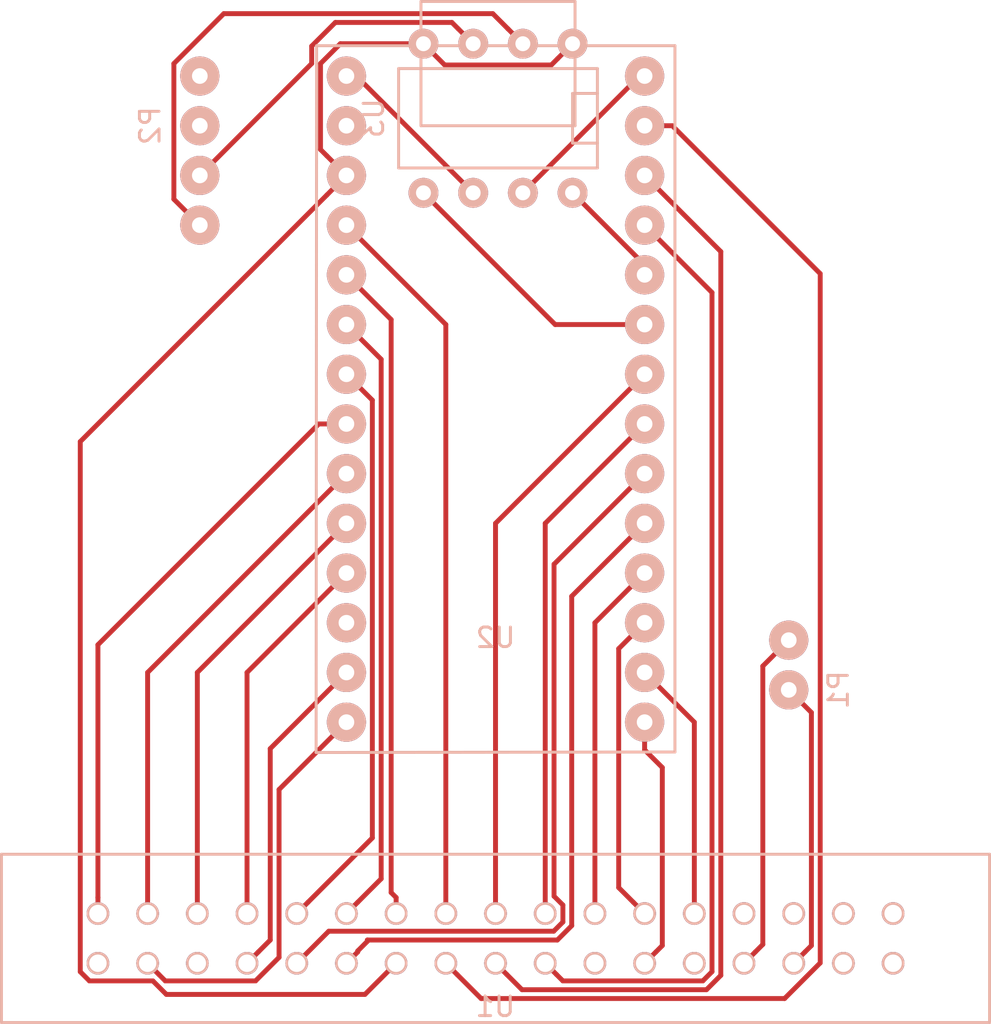
<source format=kicad_pcb>
(kicad_pcb (version 4) (host pcbnew 4.0.2-stable)

  (general
    (links 36)
    (no_connects 4)
    (area 0 0 0 0)
    (thickness 1.6)
    (drawings 0)
    (tracks 130)
    (zones 0)
    (modules 5)
    (nets 41)
  )

  (page A4)
  (layers
    (0 F.Cu signal)
    (31 B.Cu signal)
    (32 B.Adhes user)
    (33 F.Adhes user)
    (34 B.Paste user)
    (35 F.Paste user)
    (36 B.SilkS user)
    (37 F.SilkS user)
    (38 B.Mask user)
    (39 F.Mask user)
    (40 Dwgs.User user)
    (41 Cmts.User user)
    (42 Eco1.User user)
    (43 Eco2.User user)
    (44 Edge.Cuts user)
    (45 Margin user)
    (46 B.CrtYd user)
    (47 F.CrtYd user)
    (48 B.Fab user)
    (49 F.Fab user)
  )

  (setup
    (last_trace_width 0.25)
    (trace_clearance 0.2)
    (zone_clearance 0.508)
    (zone_45_only no)
    (trace_min 0.2)
    (segment_width 0.2)
    (edge_width 0.15)
    (via_size 0.6)
    (via_drill 0.4)
    (via_min_size 0.4)
    (via_min_drill 0.3)
    (uvia_size 0.3)
    (uvia_drill 0.1)
    (uvias_allowed no)
    (uvia_min_size 0.2)
    (uvia_min_drill 0.1)
    (pcb_text_width 0.3)
    (pcb_text_size 1.5 1.5)
    (mod_edge_width 0.15)
    (mod_text_size 1 1)
    (mod_text_width 0.15)
    (pad_size 1.524 1.524)
    (pad_drill 0.762)
    (pad_to_mask_clearance 0.2)
    (aux_axis_origin 0 0)
    (visible_elements FFFFEF7F)
    (pcbplotparams
      (layerselection 0x00030_80000001)
      (usegerberextensions false)
      (excludeedgelayer true)
      (linewidth 0.100000)
      (plotframeref false)
      (viasonmask false)
      (mode 1)
      (useauxorigin false)
      (hpglpennumber 1)
      (hpglpenspeed 20)
      (hpglpendiameter 15)
      (hpglpenoverlay 2)
      (psnegative false)
      (psa4output false)
      (plotreference true)
      (plotvalue true)
      (plotinvisibletext false)
      (padsonsilk false)
      (subtractmaskfromsilk false)
      (outputformat 1)
      (mirror false)
      (drillshape 1)
      (scaleselection 1)
      (outputdirectory ""))
  )

  (net 0 "")
  (net 1 /WHIPER_GND)
  (net 2 /WHIPER_V++)
  (net 3 /CAN_H)
  (net 4 /CAN_L)
  (net 5 GND)
  (net 6 5V)
  (net 7 /CNT_S0)
  (net 8 /MTR_EN)
  (net 9 /CNT_S1)
  (net 10 /MTR_DATA)
  (net 11 /CNT_S2)
  (net 12 /MTR_CLR)
  (net 13 /CNT_S3)
  (net 14 /ADC_SCLK)
  (net 15 /MCU_PWM0)
  (net 16 /MCU_SDO)
  (net 17 /MCU_PWM1)
  (net 18 /MCU_SDI)
  (net 19 /MCU_PWM2)
  (net 20 /ADC_FS)
  (net 21 /MCU_PWM3)
  (net 22 /SEL0)
  (net 23 /MCU_PWM4)
  (net 24 /SEL1)
  (net 25 /MCU_PWM5)
  (net 26 /SEL2)
  (net 27 /MCU_PWM6)
  (net 28 /n_ADC_CSTART)
  (net 29 /MCU_PWM7)
  (net 30 /n_ADC_CS)
  (net 31 /Q_CNT)
  (net 32 /EOC_MCU)
  (net 33 /OVRFLW)
  (net 34 /UNDRFLW)
  (net 35 /RST)
  (net 36 /WHIPER_1)
  (net 37 /WIPER_0)
  (net 38 /WIPER_2)
  (net 39 "Net-(U2-Pad5)")
  (net 40 "Net-(U2-Pad6)")

  (net_class Default "This is the default net class."
    (clearance 0.2)
    (trace_width 0.25)
    (via_dia 0.6)
    (via_drill 0.4)
    (uvia_dia 0.3)
    (uvia_drill 0.1)
    (add_net /ADC_FS)
    (add_net /ADC_SCLK)
    (add_net /CAN_H)
    (add_net /CAN_L)
    (add_net /CNT_S0)
    (add_net /CNT_S1)
    (add_net /CNT_S2)
    (add_net /CNT_S3)
    (add_net /EOC_MCU)
    (add_net /MCU_PWM0)
    (add_net /MCU_PWM1)
    (add_net /MCU_PWM2)
    (add_net /MCU_PWM3)
    (add_net /MCU_PWM4)
    (add_net /MCU_PWM5)
    (add_net /MCU_PWM6)
    (add_net /MCU_PWM7)
    (add_net /MCU_SDI)
    (add_net /MCU_SDO)
    (add_net /MTR_CLR)
    (add_net /MTR_DATA)
    (add_net /MTR_EN)
    (add_net /OVRFLW)
    (add_net /Q_CNT)
    (add_net /RST)
    (add_net /SEL0)
    (add_net /SEL1)
    (add_net /SEL2)
    (add_net /UNDRFLW)
    (add_net /WHIPER_1)
    (add_net /WHIPER_GND)
    (add_net /WHIPER_V++)
    (add_net /WIPER_0)
    (add_net /WIPER_2)
    (add_net /n_ADC_CS)
    (add_net /n_ADC_CSTART)
    (add_net 5V)
    (add_net GND)
    (add_net "Net-(U2-Pad5)")
    (add_net "Net-(U2-Pad6)")
  )

  (module ArmFootprints:34-pin_2534-6002UB (layer B.Cu) (tedit 56C606FB) (tstamp 57238CC8)
    (at 149.987 103.378 270)
    (path /571C18E0)
    (fp_text reference U1 (at 3.49 0.01 540) (layer B.SilkS)
      (effects (font (size 1 1) (thickness 0.15)) (justify mirror))
    )
    (fp_text value 2534-6002UB_34-pin_header (at -3.1 0.01 540) (layer B.Fab)
      (effects (font (size 1 1) (thickness 0.15)) (justify mirror))
    )
    (fp_line (start -4.3 25.25) (end 4.3 25.25) (layer B.SilkS) (width 0.15))
    (fp_line (start 4.3 25.25) (end 4.3 -25.25) (layer B.SilkS) (width 0.15))
    (fp_line (start 4.3 -25.25) (end -4.3 -25.25) (layer B.SilkS) (width 0.15))
    (fp_line (start -4.3 -25.25) (end -4.3 25.25) (layer B.SilkS) (width 0.15))
    (pad 1 thru_hole circle (at -1.27 20.32 270) (size 1.157 1.157) (drill 0.89) (layers *.Cu *.Mask B.SilkS)
      (net 7 /CNT_S0))
    (pad 2 thru_hole circle (at 1.27 20.32 270) (size 1.157 1.157) (drill 0.89) (layers *.Cu *.Mask B.SilkS)
      (net 8 /MTR_EN))
    (pad 3 thru_hole circle (at -1.27 17.78 270) (size 1.157 1.157) (drill 0.89) (layers *.Cu *.Mask B.SilkS)
      (net 9 /CNT_S1))
    (pad 4 thru_hole circle (at 1.27 17.78 270) (size 1.157 1.157) (drill 0.89) (layers *.Cu *.Mask B.SilkS)
      (net 10 /MTR_DATA))
    (pad 5 thru_hole circle (at -1.27 15.24 270) (size 1.157 1.157) (drill 0.89) (layers *.Cu *.Mask B.SilkS)
      (net 11 /CNT_S2))
    (pad 6 thru_hole circle (at 1.27 15.24 270) (size 1.157 1.157) (drill 0.89) (layers *.Cu *.Mask B.SilkS)
      (net 12 /MTR_CLR))
    (pad 7 thru_hole circle (at -1.27 12.7 270) (size 1.157 1.157) (drill 0.89) (layers *.Cu *.Mask B.SilkS)
      (net 13 /CNT_S3))
    (pad 8 thru_hole circle (at 1.27 12.7 270) (size 1.157 1.157) (drill 0.89) (layers *.Cu *.Mask B.SilkS)
      (net 14 /ADC_SCLK))
    (pad 9 thru_hole circle (at -1.27 10.16 270) (size 1.157 1.157) (drill 0.89) (layers *.Cu *.Mask B.SilkS)
      (net 15 /MCU_PWM0))
    (pad 10 thru_hole circle (at 1.27 10.16 270) (size 1.157 1.157) (drill 0.89) (layers *.Cu *.Mask B.SilkS)
      (net 16 /MCU_SDO))
    (pad 11 thru_hole circle (at -1.27 7.62 270) (size 1.157 1.157) (drill 0.89) (layers *.Cu *.Mask B.SilkS)
      (net 17 /MCU_PWM1))
    (pad 12 thru_hole circle (at 1.27 7.62 270) (size 1.157 1.157) (drill 0.89) (layers *.Cu *.Mask B.SilkS)
      (net 18 /MCU_SDI))
    (pad 13 thru_hole circle (at -1.27 5.08 270) (size 1.157 1.157) (drill 0.89) (layers *.Cu *.Mask B.SilkS)
      (net 19 /MCU_PWM2))
    (pad 14 thru_hole circle (at 1.27 5.08 270) (size 1.157 1.157) (drill 0.89) (layers *.Cu *.Mask B.SilkS)
      (net 20 /ADC_FS))
    (pad 15 thru_hole circle (at -1.27 2.54 270) (size 1.157 1.157) (drill 0.89) (layers *.Cu *.Mask B.SilkS)
      (net 21 /MCU_PWM3))
    (pad 16 thru_hole circle (at 1.27 2.54 270) (size 1.157 1.157) (drill 0.89) (layers *.Cu *.Mask B.SilkS)
      (net 22 /SEL0))
    (pad 17 thru_hole circle (at -1.27 0 270) (size 1.157 1.157) (drill 0.89) (layers *.Cu *.Mask B.SilkS)
      (net 23 /MCU_PWM4))
    (pad 18 thru_hole circle (at 1.27 0 270) (size 1.157 1.157) (drill 0.89) (layers *.Cu *.Mask B.SilkS)
      (net 24 /SEL1))
    (pad 19 thru_hole circle (at -1.27 -2.54 270) (size 1.157 1.157) (drill 0.89) (layers *.Cu *.Mask B.SilkS)
      (net 25 /MCU_PWM5))
    (pad 20 thru_hole circle (at 1.27 -2.54 270) (size 1.157 1.157) (drill 0.89) (layers *.Cu *.Mask B.SilkS)
      (net 26 /SEL2))
    (pad 21 thru_hole circle (at -1.27 -5.08 270) (size 1.157 1.157) (drill 0.89) (layers *.Cu *.Mask B.SilkS)
      (net 27 /MCU_PWM6))
    (pad 22 thru_hole circle (at 1.27 -5.08 270) (size 1.157 1.157) (drill 0.89) (layers *.Cu *.Mask B.SilkS)
      (net 28 /n_ADC_CSTART))
    (pad 23 thru_hole circle (at -1.27 -7.62 270) (size 1.157 1.157) (drill 0.89) (layers *.Cu *.Mask B.SilkS)
      (net 29 /MCU_PWM7))
    (pad 24 thru_hole circle (at 1.27 -7.62 270) (size 1.157 1.157) (drill 0.89) (layers *.Cu *.Mask B.SilkS)
      (net 30 /n_ADC_CS))
    (pad 25 thru_hole circle (at -1.27 -10.16 270) (size 1.157 1.157) (drill 0.89) (layers *.Cu *.Mask B.SilkS)
      (net 31 /Q_CNT))
    (pad 26 thru_hole circle (at 1.27 -10.16 270) (size 1.157 1.157) (drill 0.89) (layers *.Cu *.Mask B.SilkS)
      (net 32 /EOC_MCU))
    (pad 27 thru_hole circle (at -1.27 -12.7 270) (size 1.157 1.157) (drill 0.89) (layers *.Cu *.Mask B.SilkS)
      (net 33 /OVRFLW))
    (pad 28 thru_hole circle (at 1.27 -12.7 270) (size 1.157 1.157) (drill 0.89) (layers *.Cu *.Mask B.SilkS)
      (net 1 /WHIPER_GND))
    (pad 29 thru_hole circle (at -1.27 -15.24 270) (size 1.157 1.157) (drill 0.89) (layers *.Cu *.Mask B.SilkS)
      (net 34 /UNDRFLW))
    (pad 30 thru_hole circle (at 1.27 -15.24 270) (size 1.157 1.157) (drill 0.89) (layers *.Cu *.Mask B.SilkS)
      (net 2 /WHIPER_V++))
    (pad 31 thru_hole circle (at -1.27 -17.78 270) (size 1.157 1.157) (drill 0.89) (layers *.Cu *.Mask B.SilkS)
      (net 35 /RST))
    (pad 32 thru_hole circle (at 1.27 -17.78 270) (size 1.157 1.157) (drill 0.89) (layers *.Cu *.Mask B.SilkS)
      (net 36 /WHIPER_1))
    (pad 33 thru_hole circle (at -1.27 -20.32 270) (size 1.157 1.157) (drill 0.89) (layers *.Cu *.Mask B.SilkS)
      (net 37 /WIPER_0))
    (pad 34 thru_hole circle (at 1.27 -20.32 270) (size 1.157 1.157) (drill 0.89) (layers *.Cu *.Mask B.SilkS)
      (net 38 /WIPER_2))
  )

  (module ArmFootprints:2-pin-connector (layer B.Cu) (tedit 57226C7A) (tstamp 57238C9A)
    (at 164.973 90.678 270)
    (path /57227184)
    (fp_text reference P1 (at 0 -2.54 270) (layer B.SilkS)
      (effects (font (size 1 1) (thickness 0.15)) (justify mirror))
    )
    (fp_text value CONN_2 (at 0 2.54 270) (layer B.Fab)
      (effects (font (size 1 1) (thickness 0.15)) (justify mirror))
    )
    (pad 1 thru_hole circle (at -2.54 0 270) (size 2 2) (drill 0.8) (layers *.Cu *.Mask B.SilkS)
      (net 1 /WHIPER_GND))
    (pad 2 thru_hole circle (at 0 0 270) (size 2 2) (drill 0.8) (layers *.Cu *.Mask B.SilkS)
      (net 2 /WHIPER_V++))
  )

  (module ArmFootprints:4-pin_connector (layer B.Cu) (tedit 57226C21) (tstamp 57238CA2)
    (at 134.874 61.849 90)
    (path /57226EBC)
    (fp_text reference P2 (at 0 -2.54 90) (layer B.SilkS)
      (effects (font (size 1 1) (thickness 0.15)) (justify mirror))
    )
    (fp_text value CONN_4 (at 0 2.54 90) (layer B.Fab)
      (effects (font (size 1 1) (thickness 0.15)) (justify mirror))
    )
    (pad 1 thru_hole circle (at -5.08 0 90) (size 2 2) (drill 0.8) (layers *.Cu *.Mask B.SilkS)
      (net 3 /CAN_H))
    (pad 2 thru_hole circle (at -2.54 0 90) (size 2 2) (drill 0.8) (layers *.Cu *.Mask B.SilkS)
      (net 4 /CAN_L))
    (pad 3 thru_hole circle (at 0 0 90) (size 2 2) (drill 0.8) (layers *.Cu *.Mask B.SilkS)
      (net 5 GND))
    (pad 4 thru_hole circle (at 2.54 0 90) (size 2 2) (drill 0.8) (layers *.Cu *.Mask B.SilkS)
      (net 6 5V))
  )

  (module ArmFootprints:Teensy3.1 (layer B.Cu) (tedit 57226302) (tstamp 57238CE8)
    (at 149.987 77.089 180)
    (path /57223FA1)
    (fp_text reference U2 (at 0 -10.922 180) (layer B.SilkS)
      (effects (font (size 1 1) (thickness 0.15)) (justify mirror))
    )
    (fp_text value Teensy3.1 (at -0.0254 8.7376 180) (layer B.Fab)
      (effects (font (size 1 1) (thickness 0.15)) (justify mirror))
    )
    (fp_line (start 3.81 15.24) (end -4.064 15.24) (layer B.SilkS) (width 0.15))
    (fp_line (start 3.81 21.59) (end 3.81 15.24) (layer B.SilkS) (width 0.15))
    (fp_line (start -4.064 21.59) (end 3.81 21.59) (layer B.SilkS) (width 0.15))
    (fp_line (start -4.064 15.24) (end -4.064 21.59) (layer B.SilkS) (width 0.15))
    (fp_line (start -9.1694 -16.764) (end -9.1694 19.3294) (layer B.SilkS) (width 0.15))
    (fp_line (start 9.1694 -16.7894) (end -9.1694 -16.764) (layer B.SilkS) (width 0.15))
    (fp_line (start 9.144 19.3294) (end 9.1694 -16.7894) (layer B.SilkS) (width 0.15))
    (fp_line (start -9.1694 19.3294) (end 9.144 19.3294) (layer B.SilkS) (width 0.15))
    (pad 1 thru_hole circle (at -7.62 17.78 180) (size 2 2) (drill 0.8) (layers *.Cu *.Mask B.SilkS)
      (net 5 GND))
    (pad 2 thru_hole circle (at -7.62 15.24 180) (size 2 2) (drill 0.8) (layers *.Cu *.Mask B.SilkS)
      (net 22 /SEL0))
    (pad 3 thru_hole circle (at -7.62 12.7 180) (size 2 2) (drill 0.8) (layers *.Cu *.Mask B.SilkS)
      (net 24 /SEL1))
    (pad 4 thru_hole circle (at -7.62 10.16 180) (size 2 2) (drill 0.8) (layers *.Cu *.Mask B.SilkS)
      (net 26 /SEL2))
    (pad 5 thru_hole circle (at -7.62 7.62 180) (size 2 2) (drill 0.8) (layers *.Cu *.Mask B.SilkS)
      (net 39 "Net-(U2-Pad5)"))
    (pad 6 thru_hole circle (at -7.62 5.08 180) (size 2 2) (drill 0.8) (layers *.Cu *.Mask B.SilkS)
      (net 40 "Net-(U2-Pad6)"))
    (pad 7 thru_hole circle (at -7.62 2.54 180) (size 2 2) (drill 0.8) (layers *.Cu *.Mask B.SilkS)
      (net 23 /MCU_PWM4))
    (pad 8 thru_hole circle (at -7.62 0 180) (size 2 2) (drill 0.8) (layers *.Cu *.Mask B.SilkS)
      (net 25 /MCU_PWM5))
    (pad 9 thru_hole circle (at -7.62 -2.54 180) (size 2 2) (drill 0.8) (layers *.Cu *.Mask B.SilkS)
      (net 16 /MCU_SDO))
    (pad 10 thru_hole circle (at -7.62 -5.08 180) (size 2 2) (drill 0.8) (layers *.Cu *.Mask B.SilkS)
      (net 18 /MCU_SDI))
    (pad 11 thru_hole circle (at -7.62 -7.62 180) (size 2 2) (drill 0.8) (layers *.Cu *.Mask B.SilkS)
      (net 27 /MCU_PWM6))
    (pad 12 thru_hole circle (at -7.62 -10.16 180) (size 2 2) (drill 0.8) (layers *.Cu *.Mask B.SilkS)
      (net 29 /MCU_PWM7))
    (pad 13 thru_hole circle (at -7.62 -12.7 180) (size 2 2) (drill 0.8) (layers *.Cu *.Mask B.SilkS)
      (net 31 /Q_CNT))
    (pad 14 thru_hole circle (at -7.62 -15.24 180) (size 2 2) (drill 0.8) (layers *.Cu *.Mask B.SilkS)
      (net 30 /n_ADC_CS))
    (pad 15 thru_hole circle (at 7.62 -15.24 180) (size 2 2) (drill 0.8) (layers *.Cu *.Mask B.SilkS)
      (net 10 /MTR_DATA))
    (pad 16 thru_hole circle (at 7.62 -12.7 180) (size 2 2) (drill 0.8) (layers *.Cu *.Mask B.SilkS)
      (net 14 /ADC_SCLK))
    (pad 17 thru_hole circle (at 7.62 -10.16 180) (size 2 2) (drill 0.8) (layers *.Cu *.Mask B.SilkS)
      (net 8 /MTR_EN))
    (pad 18 thru_hole circle (at 7.62 -7.62 180) (size 2 2) (drill 0.8) (layers *.Cu *.Mask B.SilkS)
      (net 13 /CNT_S3))
    (pad 19 thru_hole circle (at 7.62 -5.08 180) (size 2 2) (drill 0.8) (layers *.Cu *.Mask B.SilkS)
      (net 11 /CNT_S2))
    (pad 20 thru_hole circle (at 7.62 -2.54 180) (size 2 2) (drill 0.8) (layers *.Cu *.Mask B.SilkS)
      (net 9 /CNT_S1))
    (pad 21 thru_hole circle (at 7.62 0 180) (size 2 2) (drill 0.8) (layers *.Cu *.Mask B.SilkS)
      (net 7 /CNT_S0))
    (pad 22 thru_hole circle (at 7.62 2.54 180) (size 2 2) (drill 0.8) (layers *.Cu *.Mask B.SilkS)
      (net 15 /MCU_PWM0))
    (pad 23 thru_hole circle (at 7.62 5.08 180) (size 2 2) (drill 0.8) (layers *.Cu *.Mask B.SilkS)
      (net 17 /MCU_PWM1))
    (pad 24 thru_hole circle (at 7.62 7.62 180) (size 2 2) (drill 0.8) (layers *.Cu *.Mask B.SilkS)
      (net 19 /MCU_PWM2))
    (pad 25 thru_hole circle (at 7.62 10.16 180) (size 2 2) (drill 0.8) (layers *.Cu *.Mask B.SilkS)
      (net 21 /MCU_PWM3))
    (pad 26 thru_hole circle (at 7.62 12.7 180) (size 2 2) (drill 0.8) (layers *.Cu *.Mask B.SilkS)
      (net 20 /ADC_FS))
    (pad 27 thru_hole circle (at 7.62 15.24 180) (size 2 2) (drill 0.8) (layers *.Cu *.Mask B.SilkS)
      (net 1 /WHIPER_GND))
    (pad 28 thru_hole circle (at 7.62 17.78 180) (size 2 2) (drill 0.8) (layers *.Cu *.Mask B.SilkS)
      (net 6 5V))
  )

  (module ArmFootprints:MCP2562_dip (layer B.Cu) (tedit 5723AB3D) (tstamp 5723AE64)
    (at 150.114 61.468 90)
    (path /571BC6FC)
    (fp_text reference U3 (at 0 -6.35 90) (layer B.SilkS)
      (effects (font (size 1 1) (thickness 0.15)) (justify mirror))
    )
    (fp_text value MCP2561 (at 0 6.35 90) (layer B.Fab)
      (effects (font (size 1 1) (thickness 0.15)) (justify mirror))
    )
    (fp_line (start 1.27 3.81) (end 1.27 5.08) (layer B.SilkS) (width 0.15))
    (fp_line (start -1.27 3.81) (end 1.27 3.81) (layer B.SilkS) (width 0.15))
    (fp_line (start -1.27 5.08) (end -1.27 3.81) (layer B.SilkS) (width 0.15))
    (fp_line (start -2.54 -5.08) (end -2.54 5.08) (layer B.SilkS) (width 0.15))
    (fp_line (start 2.54 -5.08) (end -2.54 -5.08) (layer B.SilkS) (width 0.15))
    (fp_line (start 2.54 5.08) (end 2.54 -5.08) (layer B.SilkS) (width 0.15))
    (fp_line (start -2.54 5.08) (end 2.54 5.08) (layer B.SilkS) (width 0.15))
    (pad 1 thru_hole circle (at -3.81 3.81 90) (size 1.524 1.524) (drill 0.762) (layers *.Cu *.Mask B.SilkS)
      (net 39 "Net-(U2-Pad5)"))
    (pad 2 thru_hole circle (at -3.81 1.27 90) (size 1.524 1.524) (drill 0.762) (layers *.Cu *.Mask B.SilkS)
      (net 5 GND))
    (pad 3 thru_hole circle (at -3.81 -1.27 90) (size 1.524 1.524) (drill 0.762) (layers *.Cu *.Mask B.SilkS)
      (net 6 5V))
    (pad 4 thru_hole circle (at -3.81 -3.81 90) (size 1.524 1.524) (drill 0.762) (layers *.Cu *.Mask B.SilkS)
      (net 40 "Net-(U2-Pad6)"))
    (pad 5 thru_hole circle (at 3.81 -3.81 90) (size 1.524 1.524) (drill 0.762) (layers *.Cu *.Mask B.SilkS)
      (net 20 /ADC_FS))
    (pad 6 thru_hole circle (at 3.81 -1.27 90) (size 1.524 1.524) (drill 0.762) (layers *.Cu *.Mask B.SilkS)
      (net 4 /CAN_L))
    (pad 7 thru_hole circle (at 3.81 1.27 90) (size 1.524 1.524) (drill 0.762) (layers *.Cu *.Mask B.SilkS)
      (net 3 /CAN_H))
    (pad 8 thru_hole circle (at 3.81 3.81 90) (size 1.524 1.524) (drill 0.762) (layers *.Cu *.Mask B.SilkS)
      (net 20 /ADC_FS))
  )

  (segment (start 164.973 88.138) (end 163.647999 89.463001) (width 0.25) (layer F.Cu) (net 1))
  (segment (start 163.265499 104.069501) (end 162.687 104.648) (width 0.25) (layer F.Cu) (net 1))
  (segment (start 163.647999 89.463001) (end 163.647999 103.687001) (width 0.25) (layer F.Cu) (net 1))
  (segment (start 163.647999 103.687001) (end 163.265499 104.069501) (width 0.25) (layer F.Cu) (net 1))
  (segment (start 164.973 90.678) (end 166.130501 91.835501) (width 0.25) (layer F.Cu) (net 2))
  (segment (start 166.130501 91.835501) (end 166.130501 103.744499) (width 0.25) (layer F.Cu) (net 2))
  (segment (start 166.130501 103.744499) (end 165.805499 104.069501) (width 0.25) (layer F.Cu) (net 2))
  (segment (start 165.805499 104.069501) (end 165.227 104.648) (width 0.25) (layer F.Cu) (net 2))
  (segment (start 134.874 66.929) (end 133.548999 65.603999) (width 0.25) (layer F.Cu) (net 3))
  (segment (start 136.101009 56.120989) (end 149.846989 56.120989) (width 0.25) (layer F.Cu) (net 3))
  (segment (start 150.622001 56.896001) (end 151.384 57.658) (width 0.25) (layer F.Cu) (net 3))
  (segment (start 133.548999 65.603999) (end 133.548999 58.672999) (width 0.25) (layer F.Cu) (net 3))
  (segment (start 133.548999 58.672999) (end 136.101009 56.120989) (width 0.25) (layer F.Cu) (net 3))
  (segment (start 149.846989 56.120989) (end 150.622001 56.896001) (width 0.25) (layer F.Cu) (net 3))
  (segment (start 148.082001 56.896001) (end 148.844 57.658) (width 0.25) (layer F.Cu) (net 4))
  (segment (start 140.591988 57.780601) (end 141.80159 56.570999) (width 0.25) (layer F.Cu) (net 4))
  (segment (start 140.591988 58.671012) (end 140.591988 57.780601) (width 0.25) (layer F.Cu) (net 4))
  (segment (start 134.874 64.389) (end 140.591988 58.671012) (width 0.25) (layer F.Cu) (net 4))
  (segment (start 147.756999 56.570999) (end 148.082001 56.896001) (width 0.25) (layer F.Cu) (net 4))
  (segment (start 141.80159 56.570999) (end 147.756999 56.570999) (width 0.25) (layer F.Cu) (net 4))
  (segment (start 151.384 65.278) (end 157.353 59.309) (width 0.25) (layer F.Cu) (net 5))
  (segment (start 157.353 59.309) (end 157.607 59.309) (width 0.25) (layer F.Cu) (net 5))
  (segment (start 148.844 65.278) (end 142.875 59.309) (width 0.25) (layer F.Cu) (net 6))
  (segment (start 142.875 59.309) (end 142.367 59.309) (width 0.25) (layer F.Cu) (net 6))
  (segment (start 142.367 77.089) (end 140.952787 77.089) (width 0.25) (layer F.Cu) (net 7))
  (segment (start 140.952787 77.089) (end 129.667 88.374787) (width 0.25) (layer F.Cu) (net 7))
  (segment (start 129.667 88.374787) (end 129.667 101.289878) (width 0.25) (layer F.Cu) (net 7))
  (segment (start 129.667 101.289878) (end 129.667 102.108) (width 0.25) (layer F.Cu) (net 7))
  (segment (start 142.367 79.629) (end 132.207 89.789) (width 0.25) (layer F.Cu) (net 9))
  (segment (start 132.207 89.789) (end 132.207 102.108) (width 0.25) (layer F.Cu) (net 9))
  (segment (start 137.720681 105.551501) (end 133.110501 105.551501) (width 0.25) (layer F.Cu) (net 10))
  (segment (start 142.367 92.329) (end 138.923499 95.772501) (width 0.25) (layer F.Cu) (net 10))
  (segment (start 138.923499 95.772501) (end 138.923499 104.348683) (width 0.25) (layer F.Cu) (net 10))
  (segment (start 138.923499 104.348683) (end 137.720681 105.551501) (width 0.25) (layer F.Cu) (net 10))
  (segment (start 133.110501 105.551501) (end 132.785499 105.226499) (width 0.25) (layer F.Cu) (net 10))
  (segment (start 132.785499 105.226499) (end 132.207 104.648) (width 0.25) (layer F.Cu) (net 10))
  (segment (start 142.367 82.169) (end 134.747 89.789) (width 0.25) (layer F.Cu) (net 11))
  (segment (start 134.747 89.789) (end 134.747 102.108) (width 0.25) (layer F.Cu) (net 11))
  (segment (start 142.367 84.709) (end 137.287 89.789) (width 0.25) (layer F.Cu) (net 13))
  (segment (start 137.287 89.789) (end 137.287 102.108) (width 0.25) (layer F.Cu) (net 13))
  (segment (start 142.367 89.789) (end 138.473488 93.682512) (width 0.25) (layer F.Cu) (net 14))
  (segment (start 137.865499 104.069501) (end 137.287 104.648) (width 0.25) (layer F.Cu) (net 14))
  (segment (start 138.473488 103.461512) (end 137.865499 104.069501) (width 0.25) (layer F.Cu) (net 14))
  (segment (start 138.473488 93.682512) (end 138.473488 103.461512) (width 0.25) (layer F.Cu) (net 14))
  (segment (start 140.405499 101.529501) (end 139.827 102.108) (width 0.25) (layer F.Cu) (net 15))
  (segment (start 143.692001 98.242999) (end 140.405499 101.529501) (width 0.25) (layer F.Cu) (net 15))
  (segment (start 143.692001 75.874001) (end 143.692001 98.242999) (width 0.25) (layer F.Cu) (net 15))
  (segment (start 142.367 74.549) (end 143.692001 75.874001) (width 0.25) (layer F.Cu) (net 15))
  (segment (start 157.607 79.629) (end 152.97701 84.25899) (width 0.25) (layer F.Cu) (net 16))
  (segment (start 152.97701 84.25899) (end 152.97701 101.220828) (width 0.25) (layer F.Cu) (net 16))
  (segment (start 152.97701 101.220828) (end 153.430501 101.674319) (width 0.25) (layer F.Cu) (net 16))
  (segment (start 153.430501 101.674319) (end 153.430501 102.541681) (width 0.25) (layer F.Cu) (net 16))
  (segment (start 153.430501 102.541681) (end 152.960681 103.011501) (width 0.25) (layer F.Cu) (net 16))
  (segment (start 152.960681 103.011501) (end 141.463499 103.011501) (width 0.25) (layer F.Cu) (net 16))
  (segment (start 141.463499 103.011501) (end 139.827 104.648) (width 0.25) (layer F.Cu) (net 16))
  (segment (start 142.367 72.009) (end 144.142012 73.784012) (width 0.25) (layer F.Cu) (net 17))
  (segment (start 144.142012 73.784012) (end 144.142012 100.332988) (width 0.25) (layer F.Cu) (net 17))
  (segment (start 144.142012 100.332988) (end 142.945499 101.529501) (width 0.25) (layer F.Cu) (net 17))
  (segment (start 142.945499 101.529501) (end 142.367 102.108) (width 0.25) (layer F.Cu) (net 17))
  (segment (start 157.607 82.169) (end 153.880512 85.895488) (width 0.25) (layer F.Cu) (net 18))
  (segment (start 153.880512 102.728081) (end 153.147081 103.461512) (width 0.25) (layer F.Cu) (net 18))
  (segment (start 153.880512 85.895488) (end 153.880512 102.728081) (width 0.25) (layer F.Cu) (net 18))
  (segment (start 153.147081 103.461512) (end 143.436713 103.461512) (width 0.25) (layer F.Cu) (net 18))
  (segment (start 143.436713 103.461512) (end 143.436713 103.52873) (width 0.25) (layer F.Cu) (net 18))
  (segment (start 143.436713 103.52873) (end 142.945499 104.019944) (width 0.25) (layer F.Cu) (net 18))
  (segment (start 142.945499 104.019944) (end 142.945499 104.069501) (width 0.25) (layer F.Cu) (net 18))
  (segment (start 142.945499 104.069501) (end 142.367 104.648) (width 0.25) (layer F.Cu) (net 18))
  (segment (start 142.367 69.469) (end 144.653 71.755) (width 0.25) (layer F.Cu) (net 19))
  (segment (start 144.653 71.755) (end 144.653 101.035878) (width 0.25) (layer F.Cu) (net 19))
  (segment (start 144.653 101.035878) (end 144.907 101.289878) (width 0.25) (layer F.Cu) (net 19))
  (segment (start 144.907 101.289878) (end 144.907 102.108) (width 0.25) (layer F.Cu) (net 19))
  (segment (start 128.763499 77.992501) (end 141.367001 65.388999) (width 0.25) (layer F.Cu) (net 20))
  (segment (start 128.763499 105.081681) (end 128.763499 77.992501) (width 0.25) (layer F.Cu) (net 20))
  (segment (start 141.367001 65.388999) (end 142.367 64.389) (width 0.25) (layer F.Cu) (net 20))
  (segment (start 129.233319 105.551501) (end 128.763499 105.081681) (width 0.25) (layer F.Cu) (net 20))
  (segment (start 132.474091 105.551501) (end 129.233319 105.551501) (width 0.25) (layer F.Cu) (net 20))
  (segment (start 133.163599 106.241009) (end 132.474091 105.551501) (width 0.25) (layer F.Cu) (net 20))
  (segment (start 144.907 104.648) (end 143.313991 106.241009) (width 0.25) (layer F.Cu) (net 20))
  (segment (start 143.313991 106.241009) (end 133.163599 106.241009) (width 0.25) (layer F.Cu) (net 20))
  (segment (start 146.304 57.658) (end 142.056998 57.658) (width 0.25) (layer F.Cu) (net 20))
  (segment (start 142.056998 57.658) (end 141.041999 58.672999) (width 0.25) (layer F.Cu) (net 20))
  (segment (start 141.041999 58.672999) (end 141.041999 63.063999) (width 0.25) (layer F.Cu) (net 20))
  (segment (start 141.041999 63.063999) (end 141.367001 63.389001) (width 0.25) (layer F.Cu) (net 20))
  (segment (start 141.367001 63.389001) (end 142.367 64.389) (width 0.25) (layer F.Cu) (net 20))
  (segment (start 146.304 57.658) (end 147.391001 58.745001) (width 0.25) (layer F.Cu) (net 20))
  (segment (start 152.836999 58.745001) (end 153.162001 58.419999) (width 0.25) (layer F.Cu) (net 20))
  (segment (start 147.391001 58.745001) (end 152.836999 58.745001) (width 0.25) (layer F.Cu) (net 20))
  (segment (start 153.162001 58.419999) (end 153.924 57.658) (width 0.25) (layer F.Cu) (net 20))
  (segment (start 142.367 66.929) (end 147.447 72.009) (width 0.25) (layer F.Cu) (net 21))
  (segment (start 147.447 72.009) (end 147.447 102.108) (width 0.25) (layer F.Cu) (net 21))
  (segment (start 157.607 61.849) (end 159.021213 61.849) (width 0.25) (layer F.Cu) (net 22))
  (segment (start 159.021213 61.849) (end 166.580511 69.408298) (width 0.25) (layer F.Cu) (net 22))
  (segment (start 166.580511 69.408298) (end 166.580511 104.631671) (width 0.25) (layer F.Cu) (net 22))
  (segment (start 166.580511 104.631671) (end 164.760661 106.451521) (width 0.25) (layer F.Cu) (net 22))
  (segment (start 164.760661 106.451521) (end 149.250521 106.451521) (width 0.25) (layer F.Cu) (net 22))
  (segment (start 149.250521 106.451521) (end 148.025499 105.226499) (width 0.25) (layer F.Cu) (net 22))
  (segment (start 148.025499 105.226499) (end 147.447 104.648) (width 0.25) (layer F.Cu) (net 22))
  (segment (start 157.607 74.549) (end 149.987 82.169) (width 0.25) (layer F.Cu) (net 23))
  (segment (start 149.987 82.169) (end 149.987 102.108) (width 0.25) (layer F.Cu) (net 23))
  (segment (start 157.607 64.389) (end 161.500511 68.282511) (width 0.25) (layer F.Cu) (net 24))
  (segment (start 161.500511 68.282511) (end 161.50051 105.268082) (width 0.25) (layer F.Cu) (net 24))
  (segment (start 161.50051 105.268082) (end 160.767081 106.001511) (width 0.25) (layer F.Cu) (net 24))
  (segment (start 160.767081 106.001511) (end 151.340511 106.001511) (width 0.25) (layer F.Cu) (net 24))
  (segment (start 151.340511 106.001511) (end 150.565499 105.226499) (width 0.25) (layer F.Cu) (net 24))
  (segment (start 150.565499 105.226499) (end 149.987 104.648) (width 0.25) (layer F.Cu) (net 24))
  (segment (start 157.607 77.089) (end 152.527 82.169) (width 0.25) (layer F.Cu) (net 25))
  (segment (start 152.527 82.169) (end 152.527 102.108) (width 0.25) (layer F.Cu) (net 25))
  (segment (start 157.607 66.929) (end 161.050501 70.372501) (width 0.25) (layer F.Cu) (net 26))
  (segment (start 153.430501 105.551501) (end 153.105499 105.226499) (width 0.25) (layer F.Cu) (net 26))
  (segment (start 161.050501 70.372501) (end 161.050501 105.081681) (width 0.25) (layer F.Cu) (net 26))
  (segment (start 153.105499 105.226499) (end 152.527 104.648) (width 0.25) (layer F.Cu) (net 26))
  (segment (start 161.050501 105.081681) (end 160.580681 105.551501) (width 0.25) (layer F.Cu) (net 26))
  (segment (start 160.580681 105.551501) (end 153.430501 105.551501) (width 0.25) (layer F.Cu) (net 26))
  (segment (start 157.607 84.709) (end 155.067 87.249) (width 0.25) (layer F.Cu) (net 27))
  (segment (start 155.067 87.249) (end 155.067 102.108) (width 0.25) (layer F.Cu) (net 27))
  (segment (start 157.607 87.249) (end 156.281999 88.574001) (width 0.25) (layer F.Cu) (net 29))
  (segment (start 156.281999 88.574001) (end 156.281999 100.782999) (width 0.25) (layer F.Cu) (net 29))
  (segment (start 156.281999 100.782999) (end 157.028501 101.529501) (width 0.25) (layer F.Cu) (net 29))
  (segment (start 157.028501 101.529501) (end 157.607 102.108) (width 0.25) (layer F.Cu) (net 29))
  (segment (start 157.607 92.329) (end 157.607 93.743213) (width 0.25) (layer F.Cu) (net 30))
  (segment (start 157.607 93.743213) (end 158.510501 94.646714) (width 0.25) (layer F.Cu) (net 30))
  (segment (start 158.510501 94.646714) (end 158.510501 103.744499) (width 0.25) (layer F.Cu) (net 30))
  (segment (start 158.510501 103.744499) (end 158.185499 104.069501) (width 0.25) (layer F.Cu) (net 30))
  (segment (start 158.185499 104.069501) (end 157.607 104.648) (width 0.25) (layer F.Cu) (net 30))
  (segment (start 157.607 89.789) (end 160.147 92.329) (width 0.25) (layer F.Cu) (net 31))
  (segment (start 160.147 92.329) (end 160.147 102.108) (width 0.25) (layer F.Cu) (net 31))
  (segment (start 153.924 65.278) (end 157.607 68.961) (width 0.25) (layer F.Cu) (net 39))
  (segment (start 157.607 68.961) (end 157.607 69.469) (width 0.25) (layer F.Cu) (net 39))
  (segment (start 146.304 65.278) (end 153.035 72.009) (width 0.25) (layer F.Cu) (net 40))
  (segment (start 153.035 72.009) (end 157.607 72.009) (width 0.25) (layer F.Cu) (net 40))

)

</source>
